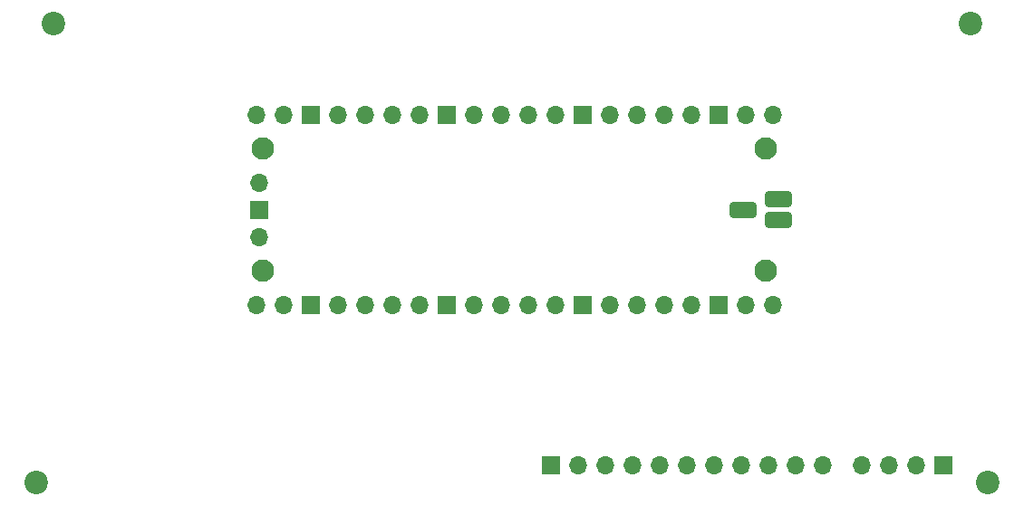
<source format=gbr>
%TF.GenerationSoftware,KiCad,Pcbnew,(6.0.6)*%
%TF.CreationDate,2022-08-15T00:38:18+08:00*%
%TF.ProjectId,15k-macropad-pico,31356b2d-6d61-4637-926f-7061642d7069,rev?*%
%TF.SameCoordinates,Original*%
%TF.FileFunction,Soldermask,Top*%
%TF.FilePolarity,Negative*%
%FSLAX46Y46*%
G04 Gerber Fmt 4.6, Leading zero omitted, Abs format (unit mm)*
G04 Created by KiCad (PCBNEW (6.0.6)) date 2022-08-15 00:38:18*
%MOMM*%
%LPD*%
G01*
G04 APERTURE LIST*
G04 Aperture macros list*
%AMRoundRect*
0 Rectangle with rounded corners*
0 $1 Rounding radius*
0 $2 $3 $4 $5 $6 $7 $8 $9 X,Y pos of 4 corners*
0 Add a 4 corners polygon primitive as box body*
4,1,4,$2,$3,$4,$5,$6,$7,$8,$9,$2,$3,0*
0 Add four circle primitives for the rounded corners*
1,1,$1+$1,$2,$3*
1,1,$1+$1,$4,$5*
1,1,$1+$1,$6,$7*
1,1,$1+$1,$8,$9*
0 Add four rect primitives between the rounded corners*
20,1,$1+$1,$2,$3,$4,$5,0*
20,1,$1+$1,$4,$5,$6,$7,0*
20,1,$1+$1,$6,$7,$8,$9,0*
20,1,$1+$1,$8,$9,$2,$3,0*%
G04 Aperture macros list end*
%ADD10C,2.200000*%
%ADD11C,2.100000*%
%ADD12O,1.700000X1.700000*%
%ADD13R,1.700000X1.700000*%
%ADD14RoundRect,0.300000X0.950000X-0.450000X0.950000X0.450000X-0.950000X0.450000X-0.950000X-0.450000X0*%
G04 APERTURE END LIST*
D10*
%TO.C,H1*%
X98425000Y-57943750D03*
%TD*%
%TO.C,H3*%
X184150000Y-57943750D03*
%TD*%
%TO.C,H2*%
X96837500Y-100806250D03*
%TD*%
%TO.C,H4*%
X185737500Y-100806250D03*
%TD*%
%TO.C,H4*%
X185737500Y-100806250D03*
%TD*%
D11*
%TO.C,U1*%
X118032500Y-81011000D03*
X165032500Y-69611000D03*
X165032500Y-81011000D03*
X118032500Y-69611000D03*
D12*
X165662500Y-84201000D03*
X163122500Y-84201000D03*
D13*
X160582500Y-84201000D03*
D12*
X158042500Y-84201000D03*
X155502500Y-84201000D03*
X152962500Y-84201000D03*
X150422500Y-84201000D03*
D13*
X147882500Y-84201000D03*
D12*
X145342500Y-84201000D03*
X142802500Y-84201000D03*
X140262500Y-84201000D03*
X137722500Y-84201000D03*
D13*
X135182500Y-84201000D03*
D12*
X132642500Y-84201000D03*
X130102500Y-84201000D03*
X127562500Y-84201000D03*
X125022500Y-84201000D03*
D13*
X122482500Y-84201000D03*
D12*
X119942500Y-84201000D03*
X117402500Y-84201000D03*
X117402500Y-66421000D03*
X119942500Y-66421000D03*
D13*
X122482500Y-66421000D03*
D12*
X125022500Y-66421000D03*
X127562500Y-66421000D03*
X130102500Y-66421000D03*
X132642500Y-66421000D03*
D13*
X135182500Y-66421000D03*
D12*
X137722500Y-66421000D03*
X140262500Y-66421000D03*
X142802500Y-66421000D03*
X145342500Y-66421000D03*
D13*
X147882500Y-66421000D03*
D12*
X150422500Y-66421000D03*
X152962500Y-66421000D03*
X155502500Y-66421000D03*
X158042500Y-66421000D03*
D13*
X160582500Y-66421000D03*
D12*
X163122500Y-66421000D03*
X165662500Y-66421000D03*
X117632500Y-77851000D03*
D13*
X117632500Y-75311000D03*
D12*
X117632500Y-72771000D03*
D14*
X162902500Y-75311000D03*
X166182500Y-74311000D03*
X166202500Y-76311000D03*
%TD*%
D13*
%TO.C,J1*%
X144938750Y-99218750D03*
D12*
X147478750Y-99218750D03*
X150018750Y-99218750D03*
X152558750Y-99218750D03*
X155098750Y-99218750D03*
X157638750Y-99218750D03*
X160178750Y-99218750D03*
X162718750Y-99218750D03*
X165258750Y-99218750D03*
X167798750Y-99218750D03*
X170338750Y-99218750D03*
%TD*%
D13*
%TO.C,J2*%
X181600000Y-99218750D03*
D12*
X179060000Y-99218750D03*
X176520000Y-99218750D03*
X173980000Y-99218750D03*
%TD*%
M02*

</source>
